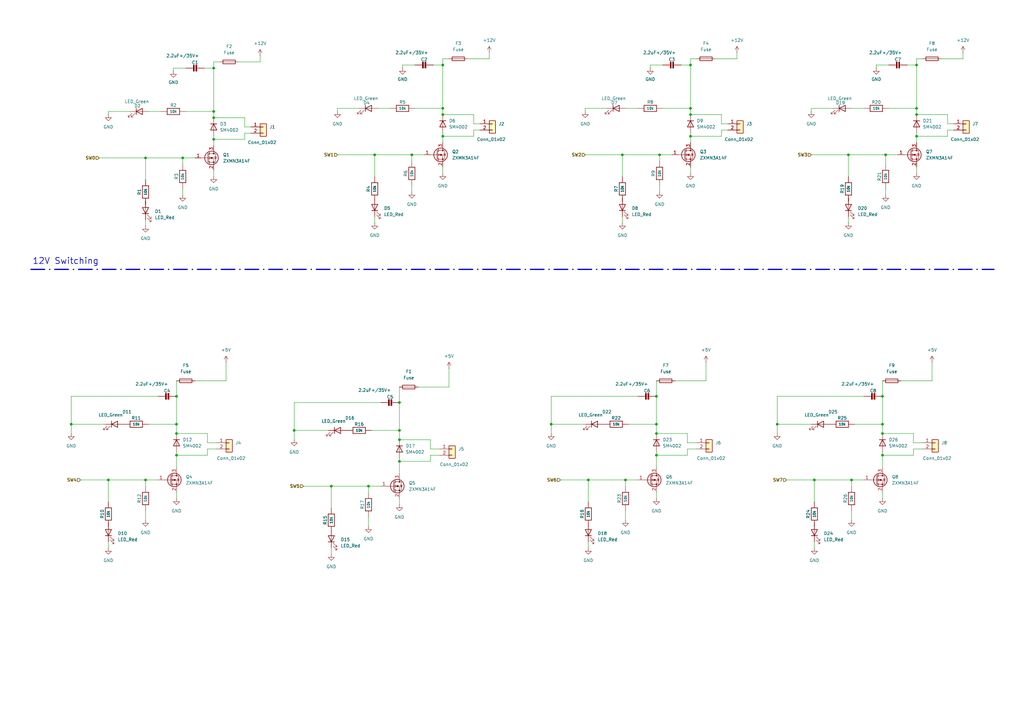
<source format=kicad_sch>
(kicad_sch (version 20231120) (generator "eeschema") (generator_version "8.0")
  (paper "A3")
  (title_block (date "2024-08-22") (rev "1") (company "Cabrillo Robotics Club") (comment 1 "High level overview (IsaacWax)"))
  (lib_symbols
    (symbol "Adafruit MOSFET Driver STEMMA Breakout-eagle-import:CAP_CERAMIC0805-NOOUTLINE"
      (property "Reference" "C" (at -2.29 1.25 90))
      (property "Value" "CAP_CERAMIC0805-NOOUTLINE" (at 2.3 1.25 90))
      (symbol "CAP_CERAMIC0805-NOOUTLINE_1_0"
        (pin passive line (at 0 5.08 270) (length 2.54) (name "1") (number "1"))
        (pin passive line (at 0 -2.54 90) (length 2.54) (name "2") (number "2"))
      )
    )
    (symbol "Adafruit MOSFET Driver STEMMA Breakout-eagle-import:RESISTOR_0603_NOOUT"
      (property "Reference" "R" (at 0 2.54 0))
      (property "Value" "RESISTOR_0603_NOOUT" (at 0 0 0))
      (symbol "RESISTOR_0603_NOOUT_1_0"
        (pin passive line (at -5.08 0 0) (length 2.54) (name "1") (number "1"))
        (pin passive line (at 5.08 0 180) (length 2.54) (name "2") (number "2"))
      )
    )
    (symbol "Connector_Generic:Conn_01x02" (pin_names (offset 1.016) hide)
      (property "Reference" "J" (at 0 2.54 0))
      (property "Value" "Conn_01x02" (at 0 -5.08 0))
      (symbol "Conn_01x02_1_1"
        (pin passive line (at -5.08 0 0) (length 3.81) (name "Pin_1") (number "1"))
        (pin passive line (at -5.08 -2.54 0) (length 3.81) (name "Pin_2") (number "2"))
      )
    )
    (symbol "Device:Fuse" (pin_numbers hide) (pin_names (offset 0))
      (property "Reference" "F" (at 2.032 0 90))
      (property "Value" "Fuse" (at -1.905 0 90))
      (symbol "Fuse_1_1"
        (pin passive line (at 0 3.81 270) (length 1.27) (name "~") (number "1"))
        (pin passive line (at 0 -3.81 90) (length 1.27) (name "~") (number "2"))
      )
    )
    (symbol "Device:LED" (pin_numbers hide) (pin_names (offset 1.016) hide)
      (property "Reference" "D" (at 0 2.54 0))
      (property "Value" "LED" (at 0 -2.54 0))
      (symbol "LED_1_1"
        (pin passive line (at -3.81 0 0) (length 2.54) (name "K") (number "1"))
        (pin passive line (at 3.81 0 180) (length 2.54) (name "A") (number "2"))
      )
    )
    (symbol "Diode:SM4002" (pin_numbers hide) (pin_names (offset 1.016) hide)
      (property "Reference" "D" (at 0 2.54 0))
      (property "Value" "SM4002" (at 0 -2.54 0))
      (symbol "SM4002_1_1"
        (pin passive line (at -3.81 0 0) (length 2.54) (name "K") (number "1"))
        (pin passive line (at 3.81 0 180) (length 2.54) (name "A") (number "2"))
      )
    )
    (symbol "Transistor_FET:ZXMN3A14F" (pin_names hide)
      (property "Reference" "Q" (at 5.08 1.905 0))
      (property "Value" "ZXMN3A14F" (at 5.08 0 0))
      (symbol "ZXMN3A14F_1_1"
        (pin input line (at -5.08 0 0) (length 2.54) (name "G") (number "1"))
        (pin passive line (at 2.54 -5.08 90) (length 2.54) (name "S") (number "2"))
        (pin passive line (at 2.54 5.08 270) (length 2.54) (name "D") (number "3"))
      )
    )
    (symbol "power:+12V" (power) (pin_numbers hide) (pin_names (offset 0) hide)
      (property "Value" "+12V" (at 0 3.556 0))
      (symbol "+12V_1_1"
        (pin power_in line (at 0 0 90) (length 0) (name "~") (number "1"))
      )
    )
    (symbol "power:+5V" (power) (pin_numbers hide) (pin_names (offset 0) hide)
      (property "Value" "+5V" (at 0 3.556 0))
      (symbol "+5V_1_1"
        (pin power_in line (at 0 0 90) (length 0) (name "~") (number "1"))
      )
    )
    (symbol "power:GND" (power) (pin_numbers hide) (pin_names (offset 0) hide)
      (property "Value" "GND" (at 0 -3.81 0))
      (symbol "GND_1_1"
        (pin power_in line (at 0 0 270) (length 0) (name "~") (number "1"))
      )
    )
  )
  (junction (at 334.01 196.85))
  (junction (at 375.92 46.99))
  (junction (at 181.61 46.99))
  (junction (at 44.45 196.85))
  (junction (at 349.25 196.85))
  (junction (at 151.13 199.39))
  (junction (at 29.21 173.99))
  (junction (at 283.21 44.45))
  (junction (at 269.24 173.99))
  (junction (at 269.24 177.8))
  (junction (at 255.27 63.5))
  (junction (at 241.3 196.85))
  (junction (at 283.21 26.67))
  (junction (at 269.24 162.56))
  (junction (at 283.21 55.88))
  (junction (at 270.51 63.5))
  (junction (at 361.95 177.8))
  (junction (at 163.83 165.1))
  (junction (at 283.21 46.99))
  (junction (at 181.61 44.45))
  (junction (at 163.83 180.34))
  (junction (at 363.22 63.5))
  (junction (at 87.63 45.72))
  (junction (at 87.63 27.94))
  (junction (at 181.61 55.88))
  (junction (at 72.39 173.99))
  (junction (at 375.92 44.45))
  (junction (at 375.92 55.88))
  (junction (at 361.95 162.56))
  (junction (at 135.89 199.39))
  (junction (at 163.83 189.23))
  (junction (at 256.54 196.85))
  (junction (at 375.92 26.67))
  (junction (at 269.24 186.69))
  (junction (at 226.06 173.99))
  (junction (at 120.65 176.53))
  (junction (at 72.39 177.8))
  (junction (at 72.39 162.56))
  (junction (at 181.61 26.67))
  (junction (at 87.63 57.15))
  (junction (at 318.77 173.99))
  (junction (at 59.69 64.77))
  (junction (at 72.39 186.69))
  (junction (at 87.63 48.26))
  (junction (at 361.95 173.99))
  (junction (at 347.98 63.5))
  (junction (at 74.93 64.77))
  (junction (at 153.67 63.5))
  (junction (at 168.91 63.5))
  (junction (at 59.69 196.85))
  (junction (at 163.83 176.53))
  (junction (at 361.95 186.69))
  (wire (pts (xy 87.63 57.15) (xy 87.63 59.69)))
  (wire (pts (xy 375.92 24.13) (xy 378.46 24.13)))
  (wire (pts (xy 361.95 204.47) (xy 361.95 201.93)))
  (wire (pts (xy 375.92 54.61) (xy 375.92 55.88)))
  (wire (pts (xy 177.8 26.67) (xy 181.61 26.67)))
  (wire (pts (xy 241.3 196.85) (xy 256.54 196.85)))
  (wire (pts (xy 106.68 22.86) (xy 106.68 25.4)))
  (wire (pts (xy 347.98 91.44) (xy 347.98 88.9)))
  (wire (pts (xy 163.83 187.96) (xy 163.83 189.23)))
  (wire (pts (xy 72.39 162.56) (xy 72.39 173.99)))
  (wire (pts (xy 83.82 27.94) (xy 87.63 27.94)))
  (wire (pts (xy 332.74 44.45) (xy 341.63 44.45)))
  (wire (pts (xy 163.83 189.23) (xy 176.53 189.23)))
  (wire (pts (xy 240.03 63.5) (xy 255.27 63.5)))
  (wire (pts (xy 168.91 63.5) (xy 173.99 63.5)))
  (wire (pts (xy 184.15 151.13) (xy 184.15 158.75)))
  (wire (pts (xy 153.67 63.5) (xy 168.91 63.5)))
  (wire (pts (xy 71.12 27.94) (xy 71.12 29.21)))
  (wire (pts (xy 59.69 92.71) (xy 59.69 90.17)))
  (wire (pts (xy 256.54 196.85) (xy 261.62 196.85)))
  (wire (pts (xy 364.49 44.45) (xy 375.92 44.45)))
  (wire (pts (xy 44.45 196.85) (xy 59.69 196.85)))
  (wire (pts (xy 382.27 148.59) (xy 382.27 156.21)))
  (wire (pts (xy 165.1 26.67) (xy 165.1 27.94)))
  (wire (pts (xy 269.24 186.69) (xy 281.94 186.69)))
  (wire (pts (xy 318.77 173.99) (xy 332.74 173.99)))
  (wire (pts (xy 138.43 63.5) (xy 153.67 63.5)))
  (wire (pts (xy 269.24 186.69) (xy 269.24 191.77)))
  (wire (pts (xy 369.57 156.21) (xy 382.27 156.21)))
  (wire (pts (xy 168.91 78.74) (xy 168.91 76.2)))
  (wire (pts (xy 163.83 176.53) (xy 163.83 180.34)))
  (wire (pts (xy 153.67 63.5) (xy 153.67 72.39)))
  (wire (pts (xy 151.13 201.93) (xy 151.13 199.39)))
  (wire (pts (xy 226.06 177.8) (xy 226.06 173.99)))
  (wire (pts (xy 153.67 82.55) (xy 153.67 81.28)))
  (wire (pts (xy 87.63 45.72) (xy 87.63 48.26)))
  (wire (pts (xy 226.06 162.56) (xy 226.06 173.99)))
  (wire (pts (xy 269.24 156.21) (xy 269.24 162.56)))
  (wire (pts (xy 295.91 55.88) (xy 295.91 53.34)))
  (wire (pts (xy 44.45 215.9) (xy 44.45 214.63)))
  (wire (pts (xy 200.66 21.59) (xy 200.66 24.13)))
  (wire (pts (xy 40.64 64.77) (xy 59.69 64.77)))
  (wire (pts (xy 135.89 199.39) (xy 151.13 199.39)))
  (wire (pts (xy 74.93 67.31) (xy 74.93 64.77)))
  (wire (pts (xy 318.77 162.56) (xy 354.33 162.56)))
  (wire (pts (xy 374.65 186.69) (xy 374.65 184.15)))
  (wire (pts (xy 361.95 185.42) (xy 361.95 186.69)))
  (wire (pts (xy 347.98 82.55) (xy 347.98 81.28)))
  (wire (pts (xy 375.92 26.67) (xy 375.92 44.45)))
  (wire (pts (xy 181.61 54.61) (xy 181.61 55.88)))
  (wire (pts (xy 359.41 26.67) (xy 359.41 27.94)))
  (wire (pts (xy 334.01 196.85) (xy 334.01 205.74)))
  (polyline (pts (xy 12.7 110.49) (xy 407.67 110.49)) (stroke (width 0.508) (type dash_dot)))
  (wire (pts (xy 120.65 165.1) (xy 156.21 165.1)))
  (wire (pts (xy 271.78 44.45) (xy 283.21 44.45)))
  (wire (pts (xy 255.27 91.44) (xy 255.27 88.9)))
  (wire (pts (xy 29.21 162.56) (xy 29.21 173.99)))
  (wire (pts (xy 74.93 80.01) (xy 74.93 77.47)))
  (wire (pts (xy 60.96 173.99) (xy 72.39 173.99)))
  (wire (pts (xy 44.45 46.99) (xy 44.45 45.72)))
  (wire (pts (xy 29.21 173.99) (xy 43.18 173.99)))
  (wire (pts (xy 106.68 25.4) (xy 97.79 25.4)))
  (wire (pts (xy 318.77 162.56) (xy 318.77 173.99)))
  (wire (pts (xy 120.65 180.34) (xy 120.65 176.53)))
  (wire (pts (xy 350.52 173.99) (xy 361.95 173.99)))
  (wire (pts (xy 59.69 64.77) (xy 59.69 73.66)))
  (wire (pts (xy 44.45 224.79) (xy 44.45 222.25)))
  (wire (pts (xy 363.22 63.5) (xy 368.3 63.5)))
  (wire (pts (xy 295.91 46.99) (xy 295.91 50.8)))
  (wire (pts (xy 269.24 177.8) (xy 281.94 177.8)))
  (wire (pts (xy 100.33 48.26) (xy 100.33 52.07)))
  (wire (pts (xy 375.92 55.88) (xy 375.92 58.42)))
  (wire (pts (xy 170.18 44.45) (xy 181.61 44.45)))
  (wire (pts (xy 100.33 57.15) (xy 100.33 54.61)))
  (wire (pts (xy 124.46 199.39) (xy 135.89 199.39)))
  (wire (pts (xy 87.63 25.4) (xy 90.17 25.4)))
  (wire (pts (xy 361.95 162.56) (xy 361.95 173.99)))
  (wire (pts (xy 85.09 181.61) (xy 88.9 181.61)))
  (wire (pts (xy 374.65 181.61) (xy 378.46 181.61)))
  (wire (pts (xy 388.62 50.8) (xy 391.16 50.8)))
  (wire (pts (xy 87.63 57.15) (xy 100.33 57.15)))
  (wire (pts (xy 92.71 148.59) (xy 92.71 156.21)))
  (wire (pts (xy 281.94 184.15) (xy 285.75 184.15)))
  (wire (pts (xy 181.61 26.67) (xy 181.61 44.45)))
  (wire (pts (xy 194.31 53.34) (xy 196.85 53.34)))
  (wire (pts (xy 270.51 63.5) (xy 275.59 63.5)))
  (wire (pts (xy 33.02 196.85) (xy 44.45 196.85)))
  (wire (pts (xy 347.98 63.5) (xy 363.22 63.5)))
  (wire (pts (xy 375.92 55.88) (xy 388.62 55.88)))
  (wire (pts (xy 361.95 173.99) (xy 361.95 177.8)))
  (wire (pts (xy 375.92 24.13) (xy 375.92 26.67)))
  (wire (pts (xy 332.74 45.72) (xy 332.74 44.45)))
  (wire (pts (xy 44.45 196.85) (xy 44.45 205.74)))
  (wire (pts (xy 29.21 162.56) (xy 64.77 162.56)))
  (wire (pts (xy 256.54 209.55) (xy 256.54 213.36)))
  (wire (pts (xy 120.65 165.1) (xy 120.65 176.53)))
  (wire (pts (xy 388.62 53.34) (xy 391.16 53.34)))
  (wire (pts (xy 283.21 55.88) (xy 283.21 58.42)))
  (wire (pts (xy 375.92 44.45) (xy 375.92 46.99)))
  (wire (pts (xy 181.61 71.12) (xy 181.61 68.58)))
  (wire (pts (xy 85.09 186.69) (xy 85.09 184.15)))
  (wire (pts (xy 165.1 26.67) (xy 170.18 26.67)))
  (wire (pts (xy 349.25 196.85) (xy 354.33 196.85)))
  (wire (pts (xy 226.06 162.56) (xy 261.62 162.56)))
  (wire (pts (xy 302.26 24.13) (xy 293.37 24.13)))
  (wire (pts (xy 59.69 83.82) (xy 59.69 82.55)))
  (wire (pts (xy 80.01 156.21) (xy 92.71 156.21)))
  (wire (pts (xy 120.65 176.53) (xy 134.62 176.53)))
  (wire (pts (xy 374.65 184.15) (xy 378.46 184.15)))
  (wire (pts (xy 85.09 177.8) (xy 85.09 181.61)))
  (wire (pts (xy 229.87 196.85) (xy 241.3 196.85)))
  (wire (pts (xy 283.21 71.12) (xy 283.21 68.58)))
  (wire (pts (xy 100.33 54.61) (xy 102.87 54.61)))
  (wire (pts (xy 87.63 25.4) (xy 87.63 27.94)))
  (wire (pts (xy 269.24 204.47) (xy 269.24 201.93)))
  (wire (pts (xy 334.01 224.79) (xy 334.01 222.25)))
  (wire (pts (xy 135.89 227.33) (xy 135.89 224.79)))
  (wire (pts (xy 318.77 177.8) (xy 318.77 173.99)))
  (wire (pts (xy 72.39 173.99) (xy 72.39 177.8)))
  (wire (pts (xy 72.39 186.69) (xy 72.39 191.77)))
  (wire (pts (xy 269.24 185.42) (xy 269.24 186.69)))
  (wire (pts (xy 151.13 212.09) (xy 151.13 215.9)))
  (wire (pts (xy 347.98 63.5) (xy 347.98 72.39)))
  (wire (pts (xy 181.61 55.88) (xy 181.61 58.42)))
  (wire (pts (xy 181.61 55.88) (xy 194.31 55.88)))
  (wire (pts (xy 241.3 224.79) (xy 241.3 222.25)))
  (wire (pts (xy 266.7 26.67) (xy 266.7 27.94)))
  (wire (pts (xy 181.61 24.13) (xy 184.15 24.13)))
  (wire (pts (xy 151.13 199.39) (xy 156.21 199.39)))
  (wire (pts (xy 154.94 44.45) (xy 160.02 44.45)))
  (wire (pts (xy 256.54 44.45) (xy 261.62 44.45)))
  (wire (pts (xy 281.94 181.61) (xy 285.75 181.61)))
  (wire (pts (xy 283.21 26.67) (xy 283.21 44.45)))
  (wire (pts (xy 363.22 80.01) (xy 363.22 77.47)))
  (wire (pts (xy 334.01 196.85) (xy 349.25 196.85)))
  (wire (pts (xy 152.4 176.53) (xy 163.83 176.53)))
  (wire (pts (xy 194.31 55.88) (xy 194.31 53.34)))
  (wire (pts (xy 361.95 156.21) (xy 361.95 162.56)))
  (wire (pts (xy 332.74 63.5) (xy 347.98 63.5)))
  (wire (pts (xy 181.61 24.13) (xy 181.61 26.67)))
  (wire (pts (xy 255.27 63.5) (xy 270.51 63.5)))
  (wire (pts (xy 163.83 158.75) (xy 163.83 165.1)))
  (wire (pts (xy 240.03 45.72) (xy 240.03 44.45)))
  (wire (pts (xy 240.03 44.45) (xy 248.92 44.45)))
  (wire (pts (xy 374.65 177.8) (xy 374.65 181.61)))
  (wire (pts (xy 281.94 186.69) (xy 281.94 184.15)))
  (wire (pts (xy 256.54 199.39) (xy 256.54 196.85)))
  (wire (pts (xy 322.58 196.85) (xy 334.01 196.85)))
  (wire (pts (xy 29.21 177.8) (xy 29.21 173.99)))
  (wire (pts (xy 283.21 55.88) (xy 295.91 55.88)))
  (wire (pts (xy 176.53 184.15) (xy 180.34 184.15)))
  (wire (pts (xy 334.01 215.9) (xy 334.01 214.63)))
  (wire (pts (xy 168.91 66.04) (xy 168.91 63.5)))
  (wire (pts (xy 375.92 46.99) (xy 388.62 46.99)))
  (wire (pts (xy 283.21 44.45) (xy 283.21 46.99)))
  (wire (pts (xy 59.69 196.85) (xy 64.77 196.85)))
  (wire (pts (xy 72.39 204.47) (xy 72.39 201.93)))
  (wire (pts (xy 87.63 48.26) (xy 100.33 48.26)))
  (wire (pts (xy 361.95 186.69) (xy 374.65 186.69)))
  (wire (pts (xy 74.93 64.77) (xy 80.01 64.77)))
  (wire (pts (xy 72.39 185.42) (xy 72.39 186.69)))
  (wire (pts (xy 87.63 72.39) (xy 87.63 69.85)))
  (wire (pts (xy 241.3 215.9) (xy 241.3 214.63)))
  (wire (pts (xy 255.27 63.5) (xy 255.27 72.39)))
  (wire (pts (xy 295.91 50.8) (xy 298.45 50.8)))
  (wire (pts (xy 394.97 21.59) (xy 394.97 24.13)))
  (wire (pts (xy 200.66 24.13) (xy 191.77 24.13)))
  (wire (pts (xy 194.31 46.99) (xy 194.31 50.8)))
  (wire (pts (xy 241.3 196.85) (xy 241.3 205.74)))
  (wire (pts (xy 163.83 180.34) (xy 176.53 180.34)))
  (wire (pts (xy 76.2 45.72) (xy 87.63 45.72)))
  (wire (pts (xy 283.21 46.99) (xy 295.91 46.99)))
  (wire (pts (xy 72.39 177.8) (xy 85.09 177.8)))
  (wire (pts (xy 138.43 44.45) (xy 147.32 44.45)))
  (wire (pts (xy 163.83 207.01) (xy 163.83 204.47)))
  (wire (pts (xy 59.69 64.77) (xy 74.93 64.77)))
  (wire (pts (xy 361.95 186.69) (xy 361.95 191.77)))
  (wire (pts (xy 394.97 24.13) (xy 386.08 24.13)))
  (wire (pts (xy 388.62 46.99) (xy 388.62 50.8)))
  (wire (pts (xy 349.25 199.39) (xy 349.25 196.85)))
  (wire (pts (xy 255.27 82.55) (xy 255.27 81.28)))
  (wire (pts (xy 72.39 156.21) (xy 72.39 162.56)))
  (wire (pts (xy 257.81 173.99) (xy 269.24 173.99)))
  (wire (pts (xy 302.26 21.59) (xy 302.26 24.13)))
  (wire (pts (xy 372.11 26.67) (xy 375.92 26.67)))
  (wire (pts (xy 85.09 184.15) (xy 88.9 184.15)))
  (wire (pts (xy 375.92 71.12) (xy 375.92 68.58)))
  (wire (pts (xy 283.21 54.61) (xy 283.21 55.88)))
  (wire (pts (xy 176.53 186.69) (xy 180.34 186.69)))
  (wire (pts (xy 181.61 46.99) (xy 194.31 46.99)))
  (wire (pts (xy 226.06 173.99) (xy 240.03 173.99)))
  (wire (pts (xy 171.45 158.75) (xy 184.15 158.75)))
  (wire (pts (xy 176.53 180.34) (xy 176.53 184.15)))
  (wire (pts (xy 194.31 50.8) (xy 196.85 50.8)))
  (wire (pts (xy 163.83 189.23) (xy 163.83 194.31)))
  (wire (pts (xy 100.33 52.07) (xy 102.87 52.07)))
  (wire (pts (xy 289.56 148.59) (xy 289.56 156.21)))
  (wire (pts (xy 283.21 24.13) (xy 283.21 26.67)))
  (wire (pts (xy 71.12 27.94) (xy 76.2 27.94)))
  (wire (pts (xy 176.53 189.23) (xy 176.53 186.69)))
  (wire (pts (xy 60.96 45.72) (xy 66.04 45.72)))
  (wire (pts (xy 269.24 173.99) (xy 269.24 177.8)))
  (wire (pts (xy 281.94 177.8) (xy 281.94 181.61)))
  (wire (pts (xy 138.43 45.72) (xy 138.43 44.45)))
  (wire (pts (xy 270.51 78.74) (xy 270.51 76.2)))
  (wire (pts (xy 276.86 156.21) (xy 289.56 156.21)))
  (wire (pts (xy 270.51 66.04) (xy 270.51 63.5)))
  (wire (pts (xy 279.4 26.67) (xy 283.21 26.67)))
  (wire (pts (xy 269.24 162.56) (xy 269.24 173.99)))
  (wire (pts (xy 266.7 26.67) (xy 271.78 26.67)))
  (wire (pts (xy 59.69 199.39) (xy 59.69 196.85)))
  (wire (pts (xy 349.25 44.45) (xy 354.33 44.45)))
  (wire (pts (xy 349.25 209.55) (xy 349.25 213.36)))
  (wire (pts (xy 359.41 26.67) (xy 364.49 26.67)))
  (wire (pts (xy 87.63 27.94) (xy 87.63 45.72)))
  (wire (pts (xy 163.83 165.1) (xy 163.83 176.53)))
  (wire (pts (xy 135.89 199.39) (xy 135.89 208.28)))
  (wire (pts (xy 153.67 91.44) (xy 153.67 88.9)))
  (wire (pts (xy 295.91 53.34) (xy 298.45 53.34)))
  (wire (pts (xy 181.61 44.45) (xy 181.61 46.99)))
  (wire (pts (xy 283.21 24.13) (xy 285.75 24.13)))
  (wire (pts (xy 363.22 67.31) (xy 363.22 63.5)))
  (wire (pts (xy 72.39 186.69) (xy 85.09 186.69)))
  (wire (pts (xy 361.95 177.8) (xy 374.65 177.8)))
  (wire (pts (xy 388.62 55.88) (xy 388.62 53.34)))
  (wire (pts (xy 44.45 45.72) (xy 53.34 45.72)))
  (wire (pts (xy 59.69 209.55) (xy 59.69 213.36)))
  (wire (pts (xy 87.63 55.88) (xy 87.63 57.15)))
  (wire (pts (xy 135.89 218.44) (xy 135.89 217.17)))
  (text "12V Switching" (at 26.924 107.188 0) (effects (font (size 2.54 2.54) (thickness 0.254) (bold yes))))
  (hierarchical_label "SW0" (shape input) (at 40.64 64.77 180) (effects (font (bold yes))))
  (hierarchical_label "SW4" (shape input) (at 33.02 196.85 180) (effects (font (bold yes))))
  (hierarchical_label "SW3" (shape input) (at 332.74 63.5 180) (effects (font (bold yes))))
  (hierarchical_label "SW1" (shape input) (at 138.43 63.5 180) (effects (font (bold yes))))
  (hierarchical_label "SW7" (shape input) (at 322.58 196.85 180) (effects (font (bold yes))))
  (hierarchical_label "SW6" (shape input) (at 229.87 196.85 180) (effects (font (bold yes))))
  (hierarchical_label "SW2" (shape input) (at 240.03 63.5 180) (effects (font (bold yes))))
  (hierarchical_label "SW5" (shape input) (at 124.46 199.39 180) (effects (font (bold yes))))
  (symbol (lib_id "Adafruit MOSFET Driver STEMMA Breakout-eagle-import:CAP_CERAMIC0805-NOOUTLINE") (at 158.75 165.1 270) (unit 1)
    (property "Reference" "C5" (at 160 162.81 90))
    (property "Value" "2.2uF+/35V+" (at 153.67 160.02 90))
    (property "Footprint" "Capacitor_SMD:C_0805_2012Metric" (effects (hide yes)))
  )
  (symbol (lib_id "Device:Fuse") (at 93.98 25.4 90) (unit 1)
    (property "Reference" "F2" (at 93.98 19.05 90))
    (property "Value" "Fuse" (at 93.98 21.59 90))
    (property "Footprint" "Fuse:Fuse_0805_2012Metric" (effects (hide yes)))
  )
  (symbol (lib_id "Device:LED") (at 59.69 86.36 90) (unit 1)
    (property "Reference" "D1" (at 63.5 86.6774 90) (effects (justify right)))
    (property "Value" "LED_Red" (at 63.5 89.2174 90) (effects (justify right)))
    (property "Footprint" "LED_SMD:LED_0603_1608Metric" (effects (hide yes)))
  )
  (symbol (lib_id "Connector_Generic:Conn_01x02") (at 93.98 181.61 0) (unit 1)
    (property "Reference" "J4" (at 96.52 181.6099 0) (effects (justify left)))
    (property "Value" "Conn_01x02" (at 88.9 187.96 0) (effects (justify left)))
    (property "Footprint" "Rpi_Pico_header:Molex_Micro-Latch_53253-0270_1x02_P2.00mm_Vertical_3D_model" (effects (hide yes)))
  )
  (symbol (lib_id "Adafruit MOSFET Driver STEMMA Breakout-eagle-import:RESISTOR_0603_NOOUT") (at 135.89 213.36 90) (unit 1)
    (property "Reference" "R15" (at 133.35 213.36 0))
    (property "Value" "10k" (at 135.89 213.36 0) (effects (font (size 1.016 1.016) (bold yes))))
    (property "Footprint" "Resistor_SMD:R_0805_2012Metric" (effects (hide yes)))
  )
  (symbol (lib_id "power:GND") (at 44.45 46.99 0) (unit 1)
    (property "Reference" "#PWR08" (effects (hide yes)))
    (property "Value" "GND" (at 44.45 52.07 0))
    (property "Description" "Power symbol creates a global label with name \"GND\" , ground" (effects (hide yes)))
  )
  (symbol (lib_id "Transistor_FET:ZXMN3A14F") (at 373.38 63.5 0) (unit 1)
    (property "Reference" "Q7" (at 379.73 62.2299 0) (effects (justify left)))
    (property "Value" "ZXMN3A14F" (at 379.73 64.7699 0) (effects (justify left)))
    (property "Footprint" "Package_TO_SOT_SMD:SOT-23" (effects (hide yes)))
    (property "Datasheet" "http://www.diodes.com/assets/Datasheets/ZXMN3A14F.pdf" (effects (hide yes)))
  )
  (symbol (lib_id "Device:LED") (at 336.55 173.99 0) (unit 1)
    (property "Reference" "D25" (at 341.63 168.91 0))
    (property "Value" "LED_Green" (at 334.9625 170.18 0))
    (property "Footprint" "LED_SMD:LED_0603_1608Metric" (effects (hide yes)))
  )
  (symbol (lib_id "power:GND") (at 240.03 45.72 0) (unit 1)
    (property "Reference" "#PWR015" (effects (hide yes)))
    (property "Value" "GND" (at 240.03 50.8 0))
    (property "Description" "Power symbol creates a global label with name \"GND\" , ground" (effects (hide yes)))
  )
  (symbol (lib_id "power:GND") (at 87.63 72.39 0) (unit 1)
    (property "Reference" "#PWR06" (effects (hide yes)))
    (property "Value" "GND" (at 87.63 77.47 0))
    (property "Description" "Power symbol creates a global label with name \"GND\" , ground" (effects (hide yes)))
  )
  (symbol (lib_id "Diode:SM4002") (at 72.39 181.61 270) (unit 1)
    (property "Reference" "D12" (at 74.93 180.3399 90) (effects (justify left)))
    (property "Value" "SM4002" (at 74.93 182.8799 90) (effects (justify left)))
    (property "Footprint" "Diode_SMD:D_SOD-123F" (effects (hide yes)))
    (property "Datasheet" "http://cdn-reichelt.de/documents/datenblatt/A400/SMD1N400%23DIO.pdf" (effects (hide yes)))
  )
  (symbol (lib_id "Adafruit MOSFET Driver STEMMA Breakout-eagle-import:RESISTOR_0603_NOOUT") (at 59.69 204.47 90) (unit 1)
    (property "Reference" "R12" (at 57.15 204.47 0))
    (property "Value" "10k" (at 59.69 204.47 0) (effects (font (size 1.016 1.016) (bold yes))))
    (property "Footprint" "Resistor_SMD:R_0805_2012Metric" (effects (hide yes)))
  )
  (symbol (lib_id "power:GND") (at 349.25 213.36 0) (unit 1)
    (property "Reference" "#PWR048" (effects (hide yes)))
    (property "Value" "GND" (at 349.25 218.44 0))
    (property "Description" "Power symbol creates a global label with name \"GND\" , ground" (effects (hide yes)))
  )
  (symbol (lib_id "power:GND") (at 347.98 91.44 0) (unit 1)
    (property "Reference" "#PWR022" (effects (hide yes)))
    (property "Value" "GND" (at 347.98 96.52 0))
    (property "Description" "Power symbol creates a global label with name \"GND\" , ground" (effects (hide yes)))
  )
  (symbol (lib_id "Adafruit MOSFET Driver STEMMA Breakout-eagle-import:CAP_CERAMIC0805-NOOUTLINE") (at 172.72 26.67 270) (unit 1)
    (property "Reference" "C2" (at 173.97 24.38 90))
    (property "Value" "2.2uF+/35V+" (at 168.91 21.59 90))
    (property "Footprint" "Capacitor_SMD:C_0805_2012Metric" (effects (hide yes)))
  )
  (symbol (lib_id "power:GND") (at 59.69 213.36 0) (unit 1)
    (property "Reference" "#PWR033" (effects (hide yes)))
    (property "Value" "GND" (at 59.69 218.44 0))
    (property "Description" "Power symbol creates a global label with name \"GND\" , ground" (effects (hide yes)))
  )
  (symbol (lib_id "power:GND") (at 266.7 27.94 0) (unit 1)
    (property "Reference" "#PWR017" (effects (hide yes)))
    (property "Value" "GND" (at 266.7 32.512 0))
    (property "Description" "Power symbol creates a global label with name \"GND\" , ground" (effects (hide yes)))
  )
  (symbol (lib_id "Adafruit MOSFET Driver STEMMA Breakout-eagle-import:RESISTOR_0603_NOOUT") (at 55.88 173.99 0) (unit 1)
    (property "Reference" "R11" (at 55.88 171.45 0))
    (property "Value" "10k" (at 55.88 173.99 0) (effects (font (size 1.016 1.016) (bold yes))))
    (property "Footprint" "Resistor_SMD:R_0805_2012Metric" (effects (hide yes)))
  )
  (symbol (lib_id "Adafruit MOSFET Driver STEMMA Breakout-eagle-import:CAP_CERAMIC0805-NOOUTLINE") (at 67.31 162.56 270) (unit 1)
    (property "Reference" "C4" (at 68.56 160.27 90))
    (property "Value" "2.2uF+/35V+" (at 62.23 157.48 90))
    (property "Footprint" "Capacitor_SMD:C_0805_2012Metric" (effects (hide yes)))
  )
  (symbol (lib_id "Adafruit MOSFET Driver STEMMA Breakout-eagle-import:RESISTOR_0603_NOOUT") (at 153.67 77.47 90) (unit 1)
    (property "Reference" "R4" (at 151.13 77.47 0))
    (property "Value" "10k" (at 153.67 77.47 0) (effects (font (size 1.016 1.016) (bold yes))))
    (property "Footprint" "Resistor_SMD:R_0805_2012Metric" (effects (hide yes)))
  )
  (symbol (lib_id "Device:Fuse") (at 273.05 156.21 90) (unit 1)
    (property "Reference" "F7" (at 273.05 149.86 90))
    (property "Value" "Fuse" (at 273.05 152.4 90))
    (property "Footprint" "Fuse:Fuse_0805_2012Metric" (effects (hide yes)))
  )
  (symbol (lib_id "Device:LED") (at 138.43 176.53 0) (unit 1)
    (property "Reference" "D16" (at 143.51 171.45 0))
    (property "Value" "LED_Green" (at 136.8425 172.72 0))
    (property "Footprint" "LED_SMD:LED_0603_1608Metric" (effects (hide yes)))
  )
  (symbol (lib_id "Adafruit MOSFET Driver STEMMA Breakout-eagle-import:RESISTOR_0603_NOOUT") (at 252.73 173.99 0) (unit 1)
    (property "Reference" "R22" (at 252.73 171.45 0))
    (property "Value" "10k" (at 252.73 173.99 0) (effects (font (size 1.016 1.016) (bold yes))))
    (property "Footprint" "Resistor_SMD:R_0805_2012Metric" (effects (hide yes)))
  )
  (symbol (lib_id "Connector_Generic:Conn_01x02") (at 201.93 50.8 0) (unit 1)
    (property "Reference" "J2" (at 204.47 50.7999 0) (effects (justify left)))
    (property "Value" "Conn_01x02" (at 195.58 57.15 0) (effects (justify left)))
    (property "Footprint" "Rpi_Pico_header:Molex_Micro-Latch_53253-0270_1x02_P2.00mm_Vertical_3D_model" (effects (hide yes)))
  )
  (symbol (lib_id "power:GND") (at 332.74 45.72 0) (unit 1)
    (property "Reference" "#PWR021" (effects (hide yes)))
    (property "Value" "GND" (at 332.74 50.8 0))
    (property "Description" "Power symbol creates a global label with name \"GND\" , ground" (effects (hide yes)))
  )
  (symbol (lib_id "power:+12V") (at 200.66 21.59 0) (unit 1)
    (property "Reference" "#PWR014" (effects (hide yes)))
    (property "Value" "+12V" (at 200.66 16.51 0))
    (property "Description" "Power symbol creates a global label with name \"+12V\"" (effects (hide yes)))
  )
  (symbol (lib_id "Transistor_FET:ZXMN3A14F") (at 359.41 196.85 0) (unit 1)
    (property "Reference" "Q8" (at 365.76 195.5799 0) (effects (justify left)))
    (property "Value" "ZXMN3A14F" (at 365.76 198.1199 0) (effects (justify left)))
    (property "Footprint" "Package_TO_SOT_SMD:SOT-23" (effects (hide yes)))
    (property "Datasheet" "http://www.diodes.com/assets/Datasheets/ZXMN3A14F.pdf" (effects (hide yes)))
  )
  (symbol (lib_id "Device:LED") (at 44.45 218.44 90) (unit 1)
    (property "Reference" "D10" (at 48.26 218.7574 90) (effects (justify right)))
    (property "Value" "LED_Red" (at 48.26 221.2974 90) (effects (justify right)))
    (property "Footprint" "LED_SMD:LED_0603_1608Metric" (effects (hide yes)))
  )
  (symbol (lib_id "power:+5V") (at 289.56 148.59 0) (unit 1)
    (property "Reference" "#PWR045" (effects (hide yes)))
    (property "Value" "+5V" (at 289.56 143.51 0))
    (property "Description" "Power symbol creates a global label with name \"+5V\"" (effects (hide yes)))
  )
  (symbol (lib_id "Connector_Generic:Conn_01x02") (at 303.53 50.8 0) (unit 1)
    (property "Reference" "J3" (at 306.07 50.7999 0) (effects (justify left)))
    (property "Value" "Conn_01x02" (at 297.18 57.15 0) (effects (justify left)))
    (property "Footprint" "Rpi_Pico_header:Molex_Micro-Latch_53253-0270_1x02_P2.00mm_Vertical_3D_model" (effects (hide yes)))
  )
  (symbol (lib_id "Adafruit MOSFET Driver STEMMA Breakout-eagle-import:CAP_CERAMIC0805-NOOUTLINE") (at 274.32 26.67 270) (unit 1)
    (property "Reference" "C3" (at 275.57 24.38 90))
    (property "Value" "2.2uF+/35V+" (at 270.51 21.59 90))
    (property "Footprint" "Capacitor_SMD:C_0805_2012Metric" (effects (hide yes)))
  )
  (symbol (lib_id "power:GND") (at 269.24 204.47 0) (unit 1)
    (property "Reference" "#PWR044" (effects (hide yes)))
    (property "Value" "GND" (at 269.24 209.55 0))
    (property "Description" "Power symbol creates a global label with name \"GND\" , ground" (effects (hide yes)))
  )
  (symbol (lib_id "Device:LED") (at 57.15 45.72 0) (unit 1)
    (property "Reference" "D2" (at 56.388 43.434 0))
    (property "Value" "LED_Green" (at 56.134 41.656 0))
    (property "Footprint" "LED_SMD:LED_0603_1608Metric" (effects (hide yes)))
  )
  (symbol (lib_id "Adafruit MOSFET Driver STEMMA Breakout-eagle-import:RESISTOR_0603_NOOUT") (at 151.13 207.01 90) (unit 1)
    (property "Reference" "R17" (at 148.59 207.01 0))
    (property "Value" "10k" (at 151.13 207.01 0) (effects (font (size 1.016 1.016) (bold yes))))
    (property "Footprint" "Resistor_SMD:R_0805_2012Metric" (effects (hide yes)))
  )
  (symbol (lib_id "Connector_Generic:Conn_01x02") (at 185.42 184.15 0) (unit 1)
    (property "Reference" "J5" (at 187.96 184.1499 0) (effects (justify left)))
    (property "Value" "Conn_01x02" (at 180.34 190.5 0) (effects (justify left)))
    (property "Footprint" "Rpi_Pico_header:Molex_Micro-Latch_53253-0270_1x02_P2.00mm_Vertical_3D_model" (effects (hide yes)))
  )
  (symbol (lib_id "Connector_Generic:Conn_01x02") (at 396.24 50.8 0) (unit 1)
    (property "Reference" "J7" (at 398.78 50.7999 0) (effects (justify left)))
    (property "Value" "Conn_01x02" (at 389.89 57.15 0) (effects (justify left)))
    (property "Footprint" "Rpi_Pico_header:Molex_Micro-Latch_53253-0270_1x02_P2.00mm_Vertical_3D_model" (effects (hide yes)))
  )
  (symbol (lib_id "Adafruit MOSFET Driver STEMMA Breakout-eagle-import:RESISTOR_0603_NOOUT") (at 334.01 210.82 90) (unit 1)
    (property "Reference" "R24" (at 331.47 210.82 0))
    (property "Value" "10k" (at 334.01 210.82 0) (effects (font (size 1.016 1.016) (bold yes))))
    (property "Footprint" "Resistor_SMD:R_0805_2012Metric" (effects (hide yes)))
  )
  (symbol (lib_id "Connector_Generic:Conn_01x02") (at 107.95 52.07 0) (unit 1)
    (property "Reference" "J1" (at 110.49 52.0699 0) (effects (justify left)))
    (property "Value" "Conn_01x02" (at 101.6 58.42 0) (effects (justify left)))
    (property "Footprint" "Rpi_Pico_header:Molex_Micro-Latch_53253-0270_1x02_P2.00mm_Vertical_3D_model" (effects (hide yes)))
  )
  (symbol (lib_id "Adafruit MOSFET Driver STEMMA Breakout-eagle-import:RESISTOR_0603_NOOUT") (at 44.45 210.82 90) (unit 1)
    (property "Reference" "R10" (at 41.91 210.82 0))
    (property "Value" "10k" (at 44.45 210.82 0) (effects (font (size 1.016 1.016) (bold yes))))
    (property "Footprint" "Resistor_SMD:R_0805_2012Metric" (effects (hide yes)))
  )
  (symbol (lib_id "Device:Fuse") (at 187.96 24.13 90) (unit 1)
    (property "Reference" "F3" (at 187.96 17.78 90))
    (property "Value" "Fuse" (at 187.96 20.32 90))
    (property "Footprint" "Fuse:Fuse_0805_2012Metric" (effects (hide yes)))
  )
  (symbol (lib_id "Adafruit MOSFET Driver STEMMA Breakout-eagle-import:CAP_CERAMIC0805-NOOUTLINE") (at 367.03 26.67 270) (unit 1)
    (property "Reference" "C7" (at 368.28 24.38 90))
    (property "Value" "2.2uF+/35V+" (at 363.22 21.59 90))
    (property "Footprint" "Capacitor_SMD:C_0805_2012Metric" (effects (hide yes)))
  )
  (symbol (lib_id "Diode:SM4002") (at 163.83 184.15 270) (unit 1)
    (property "Reference" "D17" (at 166.37 182.8799 90) (effects (justify left)))
    (property "Value" "SM4002" (at 166.37 185.4199 90) (effects (justify left)))
    (property "Footprint" "Diode_SMD:D_SOD-123F" (effects (hide yes)))
    (property "Datasheet" "http://cdn-reichelt.de/documents/datenblatt/A400/SMD1N400%23DIO.pdf" (effects (hide yes)))
  )
  (symbol (lib_id "power:+5V") (at 382.27 148.59 0) (unit 1)
    (property "Reference" "#PWR050" (effects (hide yes)))
    (property "Value" "+5V" (at 382.27 143.51 0))
    (property "Description" "Power symbol creates a global label with name \"+5V\"" (effects (hide yes)))
  )
  (symbol (lib_id "Device:Fuse") (at 289.56 24.13 90) (unit 1)
    (property "Reference" "F4" (at 289.56 17.78 90))
    (property "Value" "Fuse" (at 289.56 20.32 90))
    (property "Footprint" "Fuse:Fuse_0805_2012Metric" (effects (hide yes)))
  )
  (symbol (lib_id "Device:LED") (at 347.98 85.09 90) (unit 1)
    (property "Reference" "D20" (at 351.79 85.4074 90) (effects (justify right)))
    (property "Value" "LED_Red" (at 351.79 87.9474 90) (effects (justify right)))
    (property "Footprint" "LED_SMD:LED_0603_1608Metric" (effects (hide yes)))
  )
  (symbol (lib_id "Device:Fuse") (at 76.2 156.21 90) (unit 1)
    (property "Reference" "F5" (at 76.2 149.86 90))
    (property "Value" "Fuse" (at 76.2 152.4 90))
    (property "Footprint" "Fuse:Fuse_0805_2012Metric" (effects (hide yes)))
  )
  (symbol (lib_id "Transistor_FET:ZXMN3A14F") (at 280.67 63.5 0) (unit 1)
    (property "Reference" "Q3" (at 287.02 62.2299 0) (effects (justify left)))
    (property "Value" "ZXMN3A14F" (at 287.02 64.7699 0) (effects (justify left)))
    (property "Footprint" "Package_TO_SOT_SMD:SOT-23" (effects (hide yes)))
    (property "Datasheet" "http://www.diodes.com/assets/Datasheets/ZXMN3A14F.pdf" (effects (hide yes)))
  )
  (symbol (lib_id "Adafruit MOSFET Driver STEMMA Breakout-eagle-import:RESISTOR_0603_NOOUT") (at 59.69 78.74 90) (unit 1)
    (property "Reference" "R1" (at 57.15 78.74 0))
    (property "Value" "10k" (at 59.69 78.74 0) (effects (font (size 1.016 1.016) (bold yes))))
    (property "Footprint" "Resistor_SMD:R_0805_2012Metric" (effects (hide yes)))
  )
  (symbol (lib_id "power:GND") (at 151.13 215.9 0) (unit 1)
    (property "Reference" "#PWR038" (effects (hide yes)))
    (property "Value" "GND" (at 151.13 220.98 0))
    (property "Description" "Power symbol creates a global label with name \"GND\" , ground" (effects (hide yes)))
  )
  (symbol (lib_id "power:GND") (at 241.3 224.79 0) (unit 1)
    (property "Reference" "#PWR042" (effects (hide yes)))
    (property "Value" "GND" (at 241.3 229.87 0))
    (property "Description" "Power symbol creates a global label with name \"GND\" , ground" (effects (hide yes)))
  )
  (symbol (lib_id "power:GND") (at 283.21 71.12 0) (unit 1)
    (property "Reference" "#PWR019" (effects (hide yes)))
    (property "Value" "GND" (at 283.21 76.2 0))
    (property "Description" "Power symbol creates a global label with name \"GND\" , ground" (effects (hide yes)))
  )
  (symbol (lib_id "power:GND") (at 363.22 80.01 0) (unit 1)
    (property "Reference" "#PWR024" (effects (hide yes)))
    (property "Value" "GND" (at 363.22 85.09 0))
    (property "Description" "Power symbol creates a global label with name \"GND\" , ground" (effects (hide yes)))
  )
  (symbol (lib_id "Device:LED") (at 345.44 44.45 0) (unit 1)
    (property "Reference" "D19" (at 344.678 42.164 0))
    (property "Value" "LED_Green" (at 344.424 40.386 0))
    (property "Footprint" "LED_SMD:LED_0603_1608Metric" (effects (hide yes)))
  )
  (symbol (lib_id "Adafruit MOSFET Driver STEMMA Breakout-eagle-import:RESISTOR_0603_NOOUT") (at 359.41 44.45 0) (unit 1)
    (property "Reference" "R20" (at 359.41 41.91 0))
    (property "Value" "10k" (at 359.41 44.45 0) (effects (font (size 1.016 1.016) (bold yes))))
    (property "Footprint" "Resistor_SMD:R_0805_2012Metric" (effects (hide yes)))
  )
  (symbol (lib_id "power:+12V") (at 302.26 21.59 0) (unit 1)
    (property "Reference" "#PWR020" (effects (hide yes)))
    (property "Value" "+12V" (at 302.26 16.51 0))
    (property "Description" "Power symbol creates a global label with name \"+12V\"" (effects (hide yes)))
  )
  (symbol (lib_id "Device:LED") (at 46.99 173.99 0) (unit 1)
    (property "Reference" "D11" (at 52.07 168.91 0))
    (property "Value" "LED_Green" (at 45.4025 170.18 0))
    (property "Footprint" "LED_SMD:LED_0603_1608Metric" (effects (hide yes)))
  )
  (symbol (lib_id "Device:LED") (at 252.73 44.45 0) (unit 1)
    (property "Reference" "D7" (at 251.968 42.164 0))
    (property "Value" "LED_Green" (at 251.714 40.386 0))
    (property "Footprint" "LED_SMD:LED_0603_1608Metric" (effects (hide yes)))
  )
  (symbol (lib_id "Device:Fuse") (at 167.64 158.75 90) (unit 1)
    (property "Reference" "F1" (at 167.64 152.4 90))
    (property "Value" "Fuse" (at 167.64 154.94 90))
    (property "Footprint" "Fuse:Fuse_0805_2012Metric" (effects (hide yes)))
  )
  (symbol (lib_id "Diode:SM4002") (at 375.92 50.8 270) (unit 1)
    (property "Reference" "D21" (at 378.46 49.5299 90) (effects (justify left)))
    (property "Value" "SM4002" (at 378.46 52.0699 90) (effects (justify left)))
    (property "Footprint" "Diode_SMD:D_SOD-123F" (effects (hide yes)))
    (property "Datasheet" "http://cdn-reichelt.de/documents/datenblatt/A400/SMD1N400%23DIO.pdf" (effects (hide yes)))
  )
  (symbol (lib_id "power:GND") (at 163.83 207.01 0) (unit 1)
    (property "Reference" "#PWR039" (effects (hide yes)))
    (property "Value" "GND" (at 163.83 212.09 0))
    (property "Description" "Power symbol creates a global label with name \"GND\" , ground" (effects (hide yes)))
  )
  (symbol (lib_id "power:GND") (at 256.54 213.36 0) (unit 1)
    (property "Reference" "#PWR043" (effects (hide yes)))
    (property "Value" "GND" (at 256.54 218.44 0))
    (property "Description" "Power symbol creates a global label with name \"GND\" , ground" (effects (hide yes)))
  )
  (symbol (lib_id "Device:LED") (at 255.27 85.09 90) (unit 1)
    (property "Reference" "D8" (at 259.08 85.4074 90) (effects (justify right)))
    (property "Value" "LED_Red" (at 259.08 87.9474 90) (effects (justify right)))
    (property "Footprint" "LED_SMD:LED_0603_1608Metric" (effects (hide yes)))
  )
  (symbol (lib_id "Connector_Generic:Conn_01x02") (at 383.54 181.61 0) (unit 1)
    (property "Reference" "J8" (at 386.08 181.6099 0) (effects (justify left)))
    (property "Value" "Conn_01x02" (at 378.46 187.96 0) (effects (justify left)))
    (property "Footprint" "Rpi_Pico_header:Molex_Micro-Latch_53253-0270_1x02_P2.00mm_Vertical_3D_model" (effects (hide yes)))
  )
  (symbol (lib_id "Adafruit MOSFET Driver STEMMA Breakout-eagle-import:RESISTOR_0603_NOOUT") (at 266.7 44.45 0) (unit 1)
    (property "Reference" "R8" (at 266.7 41.91 0))
    (property "Value" "10k" (at 266.7 44.45 0) (effects (font (size 1.016 1.016) (bold yes))))
    (property "Footprint" "Resistor_SMD:R_0805_2012Metric" (effects (hide yes)))
  )
  (symbol (lib_id "power:GND") (at 71.12 29.21 0) (unit 1)
    (property "Reference" "#PWR07" (effects (hide yes)))
    (property "Value" "GND" (at 71.12 33.782 0))
    (property "Description" "Power symbol creates a global label with name \"GND\" , ground" (effects (hide yes)))
  )
  (symbol (lib_id "Transistor_FET:ZXMN3A14F") (at 266.7 196.85 0) (unit 1)
    (property "Reference" "Q6" (at 273.05 195.5799 0) (effects (justify left)))
    (property "Value" "ZXMN3A14F" (at 273.05 198.1199 0) (effects (justify left)))
    (property "Footprint" "Package_TO_SOT_SMD:SOT-23" (effects (hide yes)))
    (property "Datasheet" "http://www.diodes.com/assets/Datasheets/ZXMN3A14F.pdf" (effects (hide yes)))
  )
  (symbol (lib_id "power:GND") (at 29.21 177.8 0) (unit 1)
    (property "Reference" "#PWR035" (effects (hide yes)))
    (property "Value" "GND" (at 29.21 182.88 0))
    (property "Description" "Power symbol creates a global label with name \"GND\" , ground" (effects (hide yes)))
  )
  (symbol (lib_id "Transistor_FET:ZXMN3A14F") (at 161.29 199.39 0) (unit 1)
    (property "Reference" "Q5" (at 167.64 198.1199 0) (effects (justify left)))
    (property "Value" "ZXMN3A14F" (at 167.64 200.6599 0) (effects (justify left)))
    (property "Footprint" "Package_TO_SOT_SMD:SOT-23" (effects (hide yes)))
    (property "Datasheet" "http://www.diodes.com/assets/Datasheets/ZXMN3A14F.pdf" (effects (hide yes)))
  )
  (symbol (lib_id "Transistor_FET:ZXMN3A14F") (at 85.09 64.77 0) (unit 1)
    (property "Reference" "Q1" (at 91.44 63.4999 0) (effects (justify left)))
    (property "Value" "ZXMN3A14F" (at 91.44 66.0399 0) (effects (justify left)))
    (property "Footprint" "Package_TO_SOT_SMD:SOT-23" (effects (hide yes)))
    (property "Datasheet" "http://www.diodes.com/assets/Datasheets/ZXMN3A14F.pdf" (effects (hide yes)))
  )
  (symbol (lib_id "power:GND") (at 359.41 27.94 0) (unit 1)
    (property "Reference" "#PWR023" (effects (hide yes)))
    (property "Value" "GND" (at 359.41 32.512 0))
    (property "Description" "Power symbol creates a global label with name \"GND\" , ground" (effects (hide yes)))
  )
  (symbol (lib_id "Device:LED") (at 151.13 44.45 0) (unit 1)
    (property "Reference" "D4" (at 150.368 42.164 0))
    (property "Value" "LED_Green" (at 150.114 40.386 0))
    (property "Footprint" "LED_SMD:LED_0603_1608Metric" (effects (hide yes)))
  )
  (symbol (lib_id "power:GND") (at 181.61 71.12 0) (unit 1)
    (property "Reference" "#PWR013" (effects (hide yes)))
    (property "Value" "GND" (at 181.61 76.2 0))
    (property "Description" "Power symbol creates a global label with name \"GND\" , ground" (effects (hide yes)))
  )
  (symbol (lib_id "Adafruit MOSFET Driver STEMMA Breakout-eagle-import:CAP_CERAMIC0805-NOOUTLINE") (at 264.16 162.56 270) (unit 1)
    (property "Reference" "C6" (at 265.41 160.27 90))
    (property "Value" "2.2uF+/35V+" (at 259.08 157.48 90))
    (property "Footprint" "Capacitor_SMD:C_0805_2012Metric" (effects (hide yes)))
  )
  (symbol (lib_id "power:GND") (at 165.1 27.94 0) (unit 1)
    (property "Reference" "#PWR011" (effects (hide yes)))
    (property "Value" "GND" (at 165.1 32.512 0))
    (property "Description" "Power symbol creates a global label with name \"GND\" , ground" (effects (hide yes)))
  )
  (symbol (lib_id "power:+12V") (at 394.97 21.59 0) (unit 1)
    (property "Reference" "#PWR026" (effects (hide yes)))
    (property "Value" "+12V" (at 394.97 16.51 0))
    (property "Description" "Power symbol creates a global label with name \"+12V\"" (effects (hide yes)))
  )
  (symbol (lib_id "Adafruit MOSFET Driver STEMMA Breakout-eagle-import:RESISTOR_0603_NOOUT") (at 345.44 173.99 0) (unit 1)
    (property "Reference" "R25" (at 345.44 171.45 0))
    (property "Value" "10k" (at 345.44 173.99 0) (effects (font (size 1.016 1.016) (bold yes))))
    (property "Footprint" "Resistor_SMD:R_0805_2012Metric" (effects (hide yes)))
  )
  (symbol (lib_id "Diode:SM4002") (at 269.24 181.61 270) (unit 1)
    (property "Reference" "D23" (at 271.78 180.3399 90) (effects (justify left)))
    (property "Value" "SM4002" (at 271.78 182.8799 90) (effects (justify left)))
    (property "Footprint" "Diode_SMD:D_SOD-123F" (effects (hide yes)))
    (property "Datasheet" "http://cdn-reichelt.de/documents/datenblatt/A400/SMD1N400%23DIO.pdf" (effects (hide yes)))
  )
  (symbol (lib_id "power:GND") (at 226.06 177.8 0) (unit 1)
    (property "Reference" "#PWR041" (effects (hide yes)))
    (property "Value" "GND" (at 226.06 182.88 0))
    (property "Description" "Power symbol creates a global label with name \"GND\" , ground" (effects (hide yes)))
  )
  (symbol (lib_id "Adafruit MOSFET Driver STEMMA Breakout-eagle-import:CAP_CERAMIC0805-NOOUTLINE") (at 78.74 27.94 270) (unit 1)
    (property "Reference" "C1" (at 79.99 25.65 90))
    (property "Value" "2.2uF+/35V+" (at 74.93 22.86 90))
    (property "Footprint" "Capacitor_SMD:C_0805_2012Metric" (effects (hide yes)))
  )
  (symbol (lib_id "Adafruit MOSFET Driver STEMMA Breakout-eagle-import:RESISTOR_0603_NOOUT") (at 255.27 77.47 90) (unit 1)
    (property "Reference" "R7" (at 252.73 77.47 0))
    (property "Value" "10k" (at 255.27 77.47 0) (effects (font (size 1.016 1.016) (bold yes))))
    (property "Footprint" "Resistor_SMD:R_0805_2012Metric" (effects (hide yes)))
  )
  (symbol (lib_id "Device:LED") (at 135.89 220.98 90) (unit 1)
    (property "Reference" "D15" (at 139.7 221.2974 90) (effects (justify right)))
    (property "Value" "LED_Red" (at 139.7 223.8374 90) (effects (justify right)))
    (property "Footprint" "LED_SMD:LED_0603_1608Metric" (effects (hide yes)))
  )
  (symbol (lib_id "Adafruit MOSFET Driver STEMMA Breakout-eagle-import:RESISTOR_0603_NOOUT") (at 349.25 204.47 90) (unit 1)
    (property "Reference" "R26" (at 346.71 204.47 0))
    (property "Value" "10k" (at 349.25 204.47 0) (effects (font (size 1.016 1.016) (bold yes))))
    (property "Footprint" "Resistor_SMD:R_0805_2012Metric" (effects (hide yes)))
  )
  (symbol (lib_id "Diode:SM4002") (at 181.61 50.8 270) (unit 1)
    (property "Reference" "D6" (at 184.15 49.5299 90) (effects (justify left)))
    (property "Value" "SM4002" (at 184.15 52.0699 90) (effects (justify left)))
    (property "Footprint" "Diode_SMD:D_SOD-123F" (effects (hide yes)))
    (property "Datasheet" "http://cdn-reichelt.de/documents/datenblatt/A400/SMD1N400%23DIO.pdf" (effects (hide yes)))
  )
  (symbol (lib_id "power:GND") (at 168.91 78.74 0) (unit 1)
    (property "Reference" "#PWR012" (effects (hide yes)))
    (property "Value" "GND" (at 168.91 83.82 0))
    (property "Description" "Power symbol creates a global label with name \"GND\" , ground" (effects (hide yes)))
  )
  (symbol (lib_id "power:GND") (at 318.77 177.8 0) (unit 1)
    (property "Reference" "#PWR046" (effects (hide yes)))
    (property "Value" "GND" (at 318.77 182.88 0))
    (property "Description" "Power symbol creates a global label with name \"GND\" , ground" (effects (hide yes)))
  )
  (symbol (lib_id "Adafruit MOSFET Driver STEMMA Breakout-eagle-import:RESISTOR_0603_NOOUT") (at 256.54 204.47 90) (unit 1)
    (property "Reference" "R23" (at 254 204.47 0))
    (property "Value" "10k" (at 256.54 204.47 0) (effects (font (size 1.016 1.016) (bold yes))))
    (property "Footprint" "Resistor_SMD:R_0805_2012Metric" (effects (hide yes)))
  )
  (symbol (lib_id "power:GND") (at 153.67 91.44 0) (unit 1)
    (property "Reference" "#PWR010" (effects (hide yes)))
    (property "Value" "GND" (at 153.67 96.52 0))
    (property "Description" "Power symbol creates a global label with name \"GND\" , ground" (effects (hide yes)))
  )
  (symbol (lib_id "power:GND") (at 120.65 180.34 0) (unit 1)
    (property "Reference" "#PWR036" (effects (hide yes)))
    (property "Value" "GND" (at 120.65 185.42 0))
    (property "Description" "Power symbol creates a global label with name \"GND\" , ground" (effects (hide yes)))
  )
  (symbol (lib_id "Adafruit MOSFET Driver STEMMA Breakout-eagle-import:RESISTOR_0603_NOOUT") (at 165.1 44.45 0) (unit 1)
    (property "Reference" "R5" (at 165.1 41.91 0))
    (property "Value" "10k" (at 165.1 44.45 0) (effects (font (size 1.016 1.016) (bold yes))))
    (property "Footprint" "Resistor_SMD:R_0805_2012Metric" (effects (hide yes)))
  )
  (symbol (lib_id "power:GND") (at 255.27 91.44 0) (unit 1)
    (property "Reference" "#PWR016" (effects (hide yes)))
    (property "Value" "GND" (at 255.27 96.52 0))
    (property "Description" "Power symbol creates a global label with name \"GND\" , ground" (effects (hide yes)))
  )
  (symbol (lib_id "Adafruit MOSFET Driver STEMMA Breakout-eagle-import:RESISTOR_0603_NOOUT") (at 241.3 210.82 90) (unit 1)
    (property "Reference" "R18" (at 238.76 210.82 0))
    (property "Value" "10k" (at 241.3 210.82 0) (effects (font (size 1.016 1.016) (bold yes))))
    (property "Footprint" "Resistor_SMD:R_0805_2012Metric" (effects (hide yes)))
  )
  (symbol (lib_id "Device:LED") (at 334.01 218.44 90) (unit 1)
    (property "Reference" "D24" (at 337.82 218.7574 90) (effects (justify right)))
    (property "Value" "LED_Red" (at 337.82 221.2974 90) (effects (justify right)))
    (property "Footprint" "LED_SMD:LED_0603_1608Metric" (effects (hide yes)))
  )
  (symbol (lib_id "Adafruit MOSFET Driver STEMMA Breakout-eagle-import:RESISTOR_0603_NOOUT") (at 71.12 45.72 0) (unit 1)
    (property "Reference" "R2" (at 71.12 43.18 0))
    (property "Value" "10k" (at 71.12 45.72 0) (effects (font (size 1.016 1.016) (bold yes))))
    (property "Footprint" "Resistor_SMD:R_0805_2012Metric" (effects (hide yes)))
  )
  (symbol (lib_id "Adafruit MOSFET Driver STEMMA Breakout-eagle-import:RESISTOR_0603_NOOUT") (at 363.22 72.39 90) (unit 1)
    (property "Reference" "R21" (at 360.68 72.39 0))
    (property "Value" "10k" (at 363.22 72.39 0) (effects (font (size 1.016 1.016) (bold yes))))
    (property "Footprint" "Resistor_SMD:R_0805_2012Metric" (effects (hide yes)))
  )
  (symbol (lib_id "Adafruit MOSFET Driver STEMMA Breakout-eagle-import:RESISTOR_0603_NOOUT") (at 74.93 72.39 90) (unit 1)
    (property "Reference" "R3" (at 72.39 72.39 0))
    (property "Value" "10k" (at 74.93 72.39 0) (effects (font (size 1.016 1.016) (bold yes))))
    (property "Footprint" "Resistor_SMD:R_0805_2012Metric" (effects (hide yes)))
  )
  (symbol (lib_id "Adafruit MOSFET Driver STEMMA Breakout-eagle-import:CAP_CERAMIC0805-NOOUTLINE") (at 356.87 162.56 270) (unit 1)
    (property "Reference" "C8" (at 358.12 160.27 90))
    (property "Value" "2.2uF+/35V+" (at 351.79 157.48 90))
    (property "Footprint" "Capacitor_SMD:C_0805_2012Metric" (effects (hide yes)))
  )
  (symbol (lib_id "Diode:SM4002") (at 283.21 50.8 270) (unit 1)
    (property "Reference" "D9" (at 285.75 49.5299 90) (effects (justify left)))
    (property "Value" "SM4002" (at 285.75 52.0699 90) (effects (justify left)))
    (property "Footprint" "Diode_SMD:D_SOD-123F" (effects (hide yes)))
    (property "Datasheet" "http://cdn-reichelt.de/documents/datenblatt/A400/SMD1N400%23DIO.pdf" (effects (hide yes)))
  )
  (symbol (lib_id "power:GND") (at 44.45 224.79 0) (unit 1)
    (property "Reference" "#PWR032" (effects (hide yes)))
    (property "Value" "GND" (at 44.45 229.87 0))
    (property "Description" "Power symbol creates a global label with name \"GND\" , ground" (effects (hide yes)))
  )
  (symbol (lib_id "Device:LED") (at 153.67 85.09 90) (unit 1)
    (property "Reference" "D5" (at 157.48 85.4074 90) (effects (justify right)))
    (property "Value" "LED_Red" (at 157.48 87.9474 90) (effects (justify right)))
    (property "Footprint" "LED_SMD:LED_0603_1608Metric" (effects (hide yes)))
  )
  (symbol (lib_id "power:GND") (at 334.01 224.79 0) (unit 1)
    (property "Reference" "#PWR047" (effects (hide yes)))
    (property "Value" "GND" (at 334.01 229.87 0))
    (property "Description" "Power symbol creates a global label with name \"GND\" , ground" (effects (hide yes)))
  )
  (symbol (lib_id "power:GND") (at 270.51 78.74 0) (unit 1)
    (property "Reference" "#PWR018" (effects (hide yes)))
    (property "Value" "GND" (at 270.51 83.82 0))
    (property "Description" "Power symbol creates a global label with name \"GND\" , ground" (effects (hide yes)))
  )
  (symbol (lib_id "Diode:SM4002") (at 361.95 181.61 270) (unit 1)
    (property "Reference" "D26" (at 364.49 180.3399 90) (effects (justify left)))
    (property "Value" "SM4002" (at 364.49 182.8799 90) (effects (justify left)))
    (property "Footprint" "Diode_SMD:D_SOD-123F" (effects (hide yes)))
    (property "Datasheet" "http://cdn-reichelt.de/documents/datenblatt/A400/SMD1N400%23DIO.pdf" (effects (hide yes)))
  )
  (symbol (lib_id "power:GND") (at 74.93 80.01 0) (unit 1)
    (property "Reference" "#PWR05" (effects (hide yes)))
    (property "Value" "GND" (at 74.93 85.09 0))
    (property "Description" "Power symbol creates a global label with name \"GND\" , ground" (effects (hide yes)))
  )
  (symbol (lib_id "power:GND") (at 361.95 204.47 0) (unit 1)
    (property "Reference" "#PWR049" (effects (hide yes)))
    (property "Value" "GND" (at 361.95 209.55 0))
    (property "Description" "Power symbol creates a global label with name \"GND\" , ground" (effects (hide yes)))
  )
  (symbol (lib_id "power:GND") (at 59.69 92.71 0) (unit 1)
    (property "Reference" "#PWR04" (effects (hide yes)))
    (property "Value" "GND" (at 59.69 97.79 0))
    (property "Description" "Power symbol creates a global label with name \"GND\" , ground" (effects (hide yes)))
  )
  (symbol (lib_id "Transistor_FET:ZXMN3A14F") (at 69.85 196.85 0) (unit 1)
    (property "Reference" "Q4" (at 76.2 195.5799 0) (effects (justify left)))
    (property "Value" "ZXMN3A14F" (at 76.2 198.1199 0) (effects (justify left)))
    (property "Footprint" "Package_TO_SOT_SMD:SOT-23" (effects (hide yes)))
    (property "Datasheet" "http://www.diodes.com/assets/Datasheets/ZXMN3A14F.pdf" (effects (hide yes)))
  )
  (symbol (lib_id "Device:LED") (at 241.3 218.44 90) (unit 1)
    (property "Reference" "D18" (at 245.11 218.7574 90) (effects (justify right)))
    (property "Value" "LED_Red" (at 245.11 221.2974 90) (effects (justify right)))
    (property "Footprint" "LED_SMD:LED_0603_1608Metric" (effects (hide yes)))
  )
  (symbol (lib_id "Transistor_FET:ZXMN3A14F") (at 179.07 63.5 0) (unit 1)
    (property "Reference" "Q2" (at 185.42 62.2299 0) (effects (justify left)))
    (property "Value" "ZXMN3A14F" (at 185.42 64.7699 0) (effects (justify left)))
    (property "Footprint" "Package_TO_SOT_SMD:SOT-23" (effects (hide yes)))
    (property "Datasheet" "http://www.diodes.com/assets/Datasheets/ZXMN3A14F.pdf" (effects (hide yes)))
  )
  (symbol (lib_id "Connector_Generic:Conn_01x02") (at 290.83 181.61 0) (unit 1)
    (property "Reference" "J6" (at 293.37 181.6099 0) (effects (justify left)))
    (property "Value" "Conn_01x02" (at 285.75 187.96 0) (effects (justify left)))
    (property "Footprint" "Rpi_Pico_header:Molex_Micro-Latch_53253-0270_1x02_P2.00mm_Vertical_3D_model" (effects (hide yes)))
  )
  (symbol (lib_id "power:GND") (at 135.89 227.33 0) (unit 1)
    (property "Reference" "#PWR037" (effects (hide yes)))
    (property "Value" "GND" (at 135.89 232.41 0))
    (property "Description" "Power symbol creates a global label with name \"GND\" , ground" (effects (hide yes)))
  )
  (symbol (lib_id "Adafruit MOSFET Driver STEMMA Breakout-eagle-import:RESISTOR_0603_NOOUT") (at 147.32 176.53 0) (unit 1)
    (property "Reference" "R16" (at 147.32 173.99 0))
    (property "Value" "10k" (at 147.32 176.53 0) (effects (font (size 1.016 1.016) (bold yes))))
    (property "Footprint" "Resistor_SMD:R_0805_2012Metric" (effects (hide yes)))
  )
  (symbol (lib_id "Device:Fuse") (at 365.76 156.21 90) (unit 1)
    (property "Reference" "F9" (at 365.76 149.86 90))
    (property "Value" "Fuse" (at 365.76 152.4 90))
    (property "Footprint" "Fuse:Fuse_0805_2012Metric" (effects (hide yes)))
  )
  (symbol (lib_id "power:GND") (at 72.39 204.47 0) (unit 1)
    (property "Reference" "#PWR034" (effects (hide yes)))
    (property "Value" "GND" (at 72.39 209.55 0))
    (property "Description" "Power symbol creates a global label with name \"GND\" , ground" (effects (hide yes)))
  )
  (symbol (lib_id "Device:Fuse") (at 382.27 24.13 90) (unit 1)
    (property "Reference" "F8" (at 382.27 17.78 90))
    (property "Value" "Fuse" (at 382.27 20.32 90))
    (property "Footprint" "Fuse:Fuse_0805_2012Metric" (effects (hide yes)))
  )
  (symbol (lib_id "power:GND") (at 138.43 45.72 0) (unit 1)
    (property "Reference" "#PWR09" (effects (hide yes)))
    (property "Value" "GND" (at 138.43 50.8 0))
    (property "Description" "Power symbol creates a global label with name \"GND\" , ground" (effects (hide yes)))
  )
  (symbol (lib_id "power:+5V") (at 92.71 148.59 0) (unit 1)
    (property "Reference" "#PWR01" (effects (hide yes)))
    (property "Value" "+5V" (at 92.71 143.51 0))
    (property "Description" "Power symbol creates a global label with name \"+5V\"" (effects (hide yes)))
  )
  (symbol (lib_id "power:+12V") (at 106.68 22.86 0) (unit 1)
    (property "Reference" "#PWR03" (effects (hide yes)))
    (property "Value" "+12V" (at 106.68 17.78 0))
    (property "Description" "Power symbol creates a global label with name \"+12V\"" (effects (hide yes)))
  )
  (symbol (lib_id "Adafruit MOSFET Driver STEMMA Breakout-eagle-import:RESISTOR_0603_NOOUT") (at 347.98 77.47 90) (unit 1)
    (property "Reference" "R19" (at 345.44 77.47 0))
    (property "Value" "10k" (at 347.98 77.47 0) (effects (font (size 1.016 1.016) (bold yes))))
    (property "Footprint" "Resistor_SMD:R_0805_2012Metric" (effects (hide yes)))
  )
  (symbol (lib_id "Device:LED") (at 243.84 173.99 0) (unit 1)
    (property "Reference" "D22" (at 248.92 168.91 0))
    (property "Value" "LED_Green" (at 242.2525 170.18 0))
    (property "Footprint" "LED_SMD:LED_0603_1608Metric" (effects (hide yes)))
  )
  (symbol (lib_id "Adafruit MOSFET Driver STEMMA Breakout-eagle-import:RESISTOR_0603_NOOUT") (at 270.51 71.12 90) (unit 1)
    (property "Reference" "R9" (at 267.97 71.12 0))
    (property "Value" "10k" (at 270.51 71.12 0) (effects (font (size 1.016 1.016) (bold yes))))
    (property "Footprint" "Resistor_SMD:R_0805_2012Metric" (effects (hide yes)))
  )
  (symbol (lib_id "Diode:SM4002") (at 87.63 52.07 270) (unit 1)
    (property "Reference" "D3" (at 90.17 50.7999 90) (effects (justify left)))
    (property "Value" "SM4002" (at 90.17 53.3399 90) (effects (justify left)))
    (property "Footprint" "Diode_SMD:D_SOD-123F" (effects (hide yes)))
    (property "Datasheet" "http://cdn-reichelt.de/documents/datenblatt/A400/SMD1N400%23DIO.pdf" (effects (hide yes)))
  )
  (symbol (lib_id "power:+5V") (at 184.15 151.13 0) (unit 1)
    (property "Reference" "#PWR040" (effects (hide yes)))
    (property "Value" "+5V" (at 184.15 146.05 0))
    (property "Description" "Power symbol creates a global label with name \"+5V\"" (effects (hide yes)))
  )
  (symbol (lib_id "power:GND") (at 375.92 71.12 0) (unit 1)
    (property "Reference" "#PWR025" (effects (hide yes)))
    (property "Value" "GND" (at 375.92 76.2 0))
    (property "Description" "Power symbol creates a global label with name \"GND\" , ground" (effects (hide yes)))
  )
  (symbol (lib_id "Adafruit MOSFET Driver STEMMA Breakout-eagle-import:RESISTOR_0603_NOOUT") (at 168.91 71.12 90) (unit 1)
    (property "Reference" "R6" (at 166.37 71.12 0))
    (property "Value" "10k" (at 168.91 71.12 0) (effects (font (size 1.016 1.016) (bold yes))))
    (property "Footprint" "Resistor_SMD:R_0805_2012Metric" (effects (hide yes)))
  )
)
</source>
